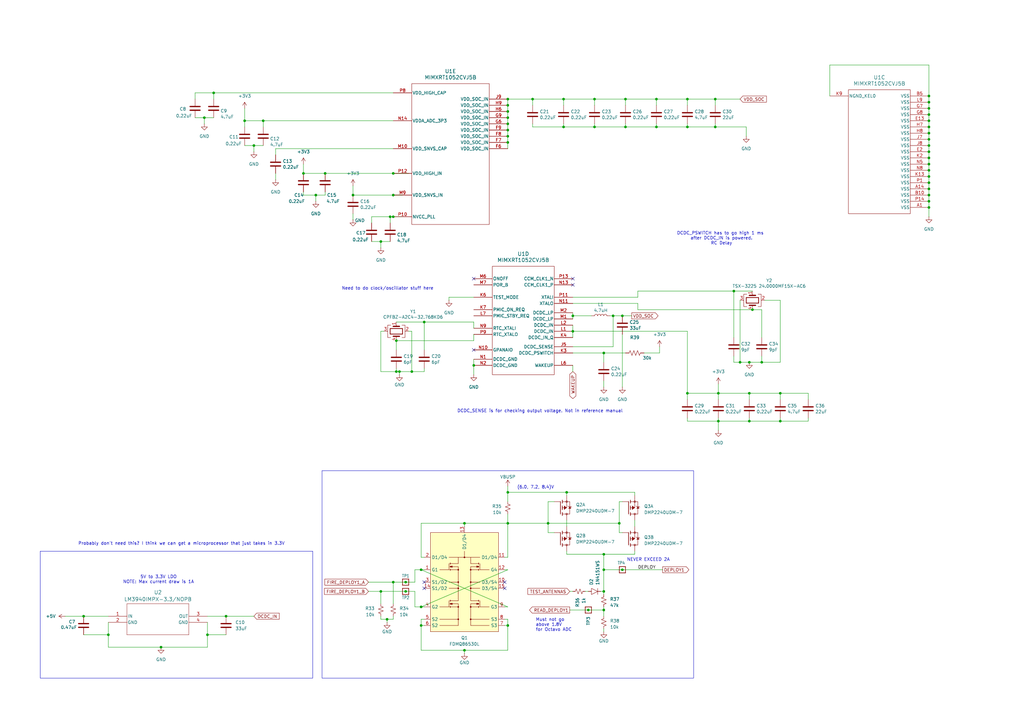
<source format=kicad_sch>
(kicad_sch (version 20250114) (generator "eeschema") (generator_version "9.0")
  (paper "A3")
  (rectangle (start 132.08 193.04) (end 284.48 278.13))
  (rectangle (start 16.51 226.06) (end 128.27 278.13))
  (text "DCDC_SENSE is for checking output voltage. Not in reference manual\n" (at 221.488 168.656 0) (effects (font (size 1.27 1.27))))
  (text "Need to do clock/oscillator stuff here" (at 159.004 118.364 0) (effects (font (size 1.27 1.27))))
  (text "Probably don't need this? I think we can get a microprocessor that just takes in 3.3V\n" (at 74.422 223.012 0) (effects (font (size 1.27 1.27))))
  (text "Must not go \nabove 1.8V \nfor Octavo ADC" (at 219.71 259.08 0) (effects (font (size 1.27 1.27)) (justify left bottom)))
  (text "DCDC_PSWITCH has to go high 1 ms \nafter DCDC_IN is powered.\nRC Delay\n" (at 295.91 97.79 0) (effects (font (size 1.27 1.27))))
  (text "5V to 3.3V LDO\nNOTE: Max current draw is 1A" (at 65.024 237.744 0) (effects (font (size 1.27 1.27))))
  (text "NEVER EXCEED 2A" (at 265.938 229.616 0) (effects (font (size 1.27 1.27))))
  (text "(6.0, 7.2, 8.4)V" (at 212.09 200.66 0) (effects (font (size 1.27 1.27)) (justify left bottom)))
  (junction (at 208.28 201.93))
  (junction (at 87.63 38.1))
  (junction (at 269.24 40.64))
  (junction (at 144.78 80.01))
  (junction (at 161.29 71.12))
  (junction (at 124.46 71.12))
  (junction (at 247.65 144.78))
  (junction (at 83.82 48.26))
  (junction (at 293.37 40.64))
  (junction (at 162.56 139.7))
  (junction (at 381 44.45))
  (junction (at 294.64 172.72))
  (junction (at 232.41 201.93))
  (junction (at 381 77.47))
  (junction (at 381 49.53))
  (junction (at 172.72 256.54))
  (junction (at 100.33 49.53))
  (junction (at 44.45 260.35))
  (junction (at 381 69.85))
  (junction (at 307.34 161.29))
  (junction (at 129.54 80.01))
  (junction (at 381 85.09))
  (junction (at 156.21 242.57))
  (junction (at 312.42 148.59))
  (junction (at 168.91 152.4))
  (junction (at 208.28 50.8))
  (junction (at 300.99 119.38))
  (junction (at 190.5 266.7))
  (junction (at 381 52.07))
  (junction (at 194.31 149.86))
  (junction (at 241.3 250.19))
  (junction (at 381 57.15))
  (junction (at 381 62.23))
  (junction (at 208.28 214.63))
  (junction (at 166.37 242.57))
  (junction (at 307.34 172.72))
  (junction (at 281.94 40.64))
  (junction (at 162.56 152.4))
  (junction (at 156.21 99.06))
  (junction (at 308.61 127))
  (junction (at 172.72 248.92))
  (junction (at 190.5 214.63))
  (junction (at 158.75 254))
  (junction (at 247.65 233.68))
  (junction (at 320.04 172.72))
  (junction (at 85.09 260.35))
  (junction (at 208.28 45.72))
  (junction (at 381 82.55))
  (junction (at 381 64.77))
  (junction (at 255.27 129.54))
  (junction (at 173.99 132.08))
  (junction (at 66.04 265.43))
  (junction (at 254 214.63))
  (junction (at 208.28 48.26))
  (junction (at 107.95 49.53))
  (junction (at 256.54 40.64))
  (junction (at 381 59.69))
  (junction (at 381 46.99))
  (junction (at 281.94 161.29))
  (junction (at 251.46 129.54))
  (junction (at 104.14 59.69))
  (junction (at 381 41.91))
  (junction (at 381 72.39))
  (junction (at 247.65 227.33))
  (junction (at 381 80.01))
  (junction (at 381 39.37))
  (junction (at 172.72 233.68))
  (junction (at 163.83 152.4))
  (junction (at 218.44 40.64))
  (junction (at 208.28 58.42))
  (junction (at 231.14 40.64))
  (junction (at 381 54.61))
  (junction (at 161.29 88.9))
  (junction (at 160.02 88.9))
  (junction (at 381 74.93))
  (junction (at 303.53 148.59))
  (junction (at 247.65 242.57))
  (junction (at 234.95 129.54))
  (junction (at 208.28 43.18))
  (junction (at 234.95 135.89))
  (junction (at 255.27 233.68))
  (junction (at 256.54 52.07))
  (junction (at 34.29 252.73))
  (junction (at 307.34 148.59))
  (junction (at 294.64 161.29))
  (junction (at 208.28 256.54))
  (junction (at 224.79 214.63))
  (junction (at 320.04 161.29))
  (junction (at 161.29 80.01))
  (junction (at 208.28 55.88))
  (junction (at 243.84 40.64))
  (junction (at 381 67.31))
  (junction (at 269.24 52.07))
  (junction (at 92.71 252.73))
  (junction (at 161.29 238.76))
  (junction (at 243.84 52.07))
  (junction (at 208.28 40.64))
  (junction (at 293.37 52.07))
  (junction (at 247.65 250.19))
  (junction (at 166.37 238.76))
  (junction (at 133.35 71.12))
  (junction (at 281.94 52.07))
  (junction (at 208.28 53.34))
  (junction (at 231.14 52.07))
  (no_connect (at 234.95 114.3))
  (no_connect (at 194.31 143.51))
  (no_connect (at 173.99 238.76))
  (no_connect (at 207.01 238.76))
  (no_connect (at 194.31 114.3))
  (no_connect (at 234.95 116.84))
  (no_connect (at 173.99 241.3))
  (no_connect (at 207.01 241.3))
  (wire (pts (xy 144.78 76.2) (xy 144.78 80.01)))
  (wire (pts (xy 231.14 52.07) (xy 243.84 52.07)))
  (wire (pts (xy 144.78 80.01) (xy 161.29 80.01)))
  (wire (pts (xy 208.28 58.42) (xy 208.28 60.96)))
  (wire (pts (xy 160.02 88.9) (xy 160.02 91.44)))
  (wire (pts (xy 320.04 161.29) (xy 320.04 163.83)))
  (wire (pts (xy 156.21 135.89) (xy 156.21 152.4)))
  (wire (pts (xy 104.14 252.73) (xy 92.71 252.73)))
  (wire (pts (xy 255.27 233.68) (xy 247.65 233.68)))
  (wire (pts (xy 256.54 52.07) (xy 256.54 50.8)))
  (wire (pts (xy 158.75 254) (xy 161.29 254)))
  (wire (pts (xy 231.14 52.07) (xy 231.14 50.8)))
  (wire (pts (xy 381 77.47) (xy 381 80.01)))
  (wire (pts (xy 281.94 40.64) (xy 293.37 40.64)))
  (wire (pts (xy 157.48 135.89) (xy 156.21 135.89)))
  (wire (pts (xy 300.99 146.05) (xy 300.99 148.59)))
  (wire (pts (xy 247.65 242.57) (xy 247.65 243.84)))
  (wire (pts (xy 300.99 119.38) (xy 308.61 119.38)))
  (wire (pts (xy 207.01 254) (xy 208.28 254)))
  (wire (pts (xy 224.79 214.63) (xy 224.79 205.74)))
  (wire (pts (xy 161.29 38.1) (xy 87.63 38.1)))
  (wire (pts (xy 293.37 40.64) (xy 293.37 43.18)))
  (wire (pts (xy 124.46 67.31) (xy 124.46 71.12)))
  (wire (pts (xy 340.36 39.37) (xy 340.36 26.67)))
  (wire (pts (xy 281.94 161.29) (xy 281.94 163.83)))
  (wire (pts (xy 261.62 121.92) (xy 261.62 119.38)))
  (wire (pts (xy 190.5 215.9) (xy 190.5 214.63)))
  (wire (pts (xy 168.91 152.4) (xy 173.99 152.4)))
  (wire (pts (xy 194.31 139.7) (xy 194.31 137.16)))
  (wire (pts (xy 190.5 214.63) (xy 208.28 214.63)))
  (wire (pts (xy 381 57.15) (xy 381 59.69)))
  (wire (pts (xy 100.33 44.45) (xy 100.33 49.53)))
  (wire (pts (xy 80.01 40.64) (xy 80.01 38.1)))
  (wire (pts (xy 247.65 227.33) (xy 232.41 227.33)))
  (wire (pts (xy 194.31 149.86) (xy 194.31 153.67)))
  (wire (pts (xy 234.95 124.46) (xy 261.62 124.46)))
  (wire (pts (xy 234.95 133.35) (xy 234.95 135.89)))
  (wire (pts (xy 173.99 152.4) (xy 173.99 151.13)))
  (wire (pts (xy 34.29 260.35) (xy 44.45 260.35)))
  (wire (pts (xy 293.37 52.07) (xy 306.07 52.07)))
  (wire (pts (xy 133.35 80.01) (xy 129.54 80.01)))
  (wire (pts (xy 320.04 148.59) (xy 312.42 148.59)))
  (wire (pts (xy 281.94 172.72) (xy 294.64 172.72)))
  (wire (pts (xy 381 54.61) (xy 381 57.15)))
  (wire (pts (xy 261.62 127) (xy 261.62 124.46)))
  (wire (pts (xy 184.15 121.92) (xy 184.15 123.19)))
  (wire (pts (xy 320.04 171.45) (xy 320.04 172.72)))
  (wire (pts (xy 208.28 55.88) (xy 208.28 58.42)))
  (wire (pts (xy 255.27 233.68) (xy 271.78 233.68)))
  (wire (pts (xy 320.04 161.29) (xy 331.47 161.29)))
  (wire (pts (xy 340.36 26.67) (xy 381 26.67)))
  (wire (pts (xy 160.02 88.9) (xy 161.29 88.9)))
  (wire (pts (xy 34.29 252.73) (xy 44.45 252.73)))
  (wire (pts (xy 232.41 201.93) (xy 232.41 203.2)))
  (wire (pts (xy 156.21 99.06) (xy 160.02 99.06)))
  (wire (pts (xy 247.65 242.57) (xy 247.65 233.68)))
  (wire (pts (xy 152.4 99.06) (xy 156.21 99.06)))
  (wire (pts (xy 269.24 40.64) (xy 281.94 40.64)))
  (wire (pts (xy 100.33 52.07) (xy 100.33 49.53)))
  (wire (pts (xy 166.37 238.76) (xy 170.18 238.76)))
  (wire (pts (xy 208.28 40.64) (xy 208.28 43.18)))
  (wire (pts (xy 224.79 218.44) (xy 227.33 218.44)))
  (wire (pts (xy 44.45 265.43) (xy 66.04 265.43)))
  (wire (pts (xy 303.53 148.59) (xy 307.34 148.59)))
  (wire (pts (xy 151.13 242.57) (xy 156.21 242.57)))
  (wire (pts (xy 173.99 132.08) (xy 194.31 132.08)))
  (wire (pts (xy 381 49.53) (xy 381 52.07)))
  (wire (pts (xy 208.28 48.26) (xy 208.28 50.8)))
  (wire (pts (xy 281.94 161.29) (xy 294.64 161.29)))
  (wire (pts (xy 163.83 152.4) (xy 168.91 152.4)))
  (wire (pts (xy 255.27 137.16) (xy 255.27 158.75)))
  (wire (pts (xy 232.41 213.36) (xy 232.41 215.9)))
  (wire (pts (xy 256.54 40.64) (xy 269.24 40.64)))
  (wire (pts (xy 232.41 201.93) (xy 260.35 201.93)))
  (wire (pts (xy 331.47 161.29) (xy 331.47 163.83)))
  (wire (pts (xy 294.64 172.72) (xy 294.64 171.45)))
  (wire (pts (xy 161.29 238.76) (xy 161.29 247.65)))
  (wire (pts (xy 247.65 233.68) (xy 247.65 227.33)))
  (wire (pts (xy 208.28 43.18) (xy 208.28 45.72)))
  (wire (pts (xy 107.95 49.53) (xy 107.95 52.07)))
  (wire (pts (xy 255.27 129.54) (xy 259.08 129.54)))
  (wire (pts (xy 281.94 40.64) (xy 281.94 43.18)))
  (wire (pts (xy 172.72 256.54) (xy 173.99 256.54)))
  (wire (pts (xy 281.94 52.07) (xy 293.37 52.07)))
  (wire (pts (xy 170.18 238.76) (xy 170.18 233.68)))
  (wire (pts (xy 83.82 48.26) (xy 83.82 50.8)))
  (wire (pts (xy 104.14 59.69) (xy 107.95 59.69)))
  (wire (pts (xy 254 205.74) (xy 255.27 205.74)))
  (wire (pts (xy 162.56 151.13) (xy 162.56 152.4)))
  (wire (pts (xy 247.65 144.78) (xy 256.54 144.78)))
  (wire (pts (xy 281.94 135.89) (xy 281.94 161.29)))
  (wire (pts (xy 172.72 214.63) (xy 190.5 214.63)))
  (wire (pts (xy 144.78 87.63) (xy 144.78 90.17)))
  (wire (pts (xy 381 26.67) (xy 381 39.37)))
  (wire (pts (xy 170.18 242.57) (xy 170.18 248.92)))
  (wire (pts (xy 312.42 127) (xy 312.42 138.43)))
  (wire (pts (xy 381 41.91) (xy 381 44.45)))
  (wire (pts (xy 170.18 248.92) (xy 172.72 248.92)))
  (wire (pts (xy 381 74.93) (xy 381 77.47)))
  (wire (pts (xy 218.44 40.64) (xy 218.44 43.18)))
  (wire (pts (xy 247.65 248.92) (xy 247.65 250.19)))
  (wire (pts (xy 156.21 242.57) (xy 166.37 242.57)))
  (wire (pts (xy 306.07 52.07) (xy 306.07 55.88)))
  (wire (pts (xy 260.35 201.93) (xy 260.35 203.2)))
  (wire (pts (xy 172.72 248.92) (xy 173.99 248.92)))
  (wire (pts (xy 172.72 233.68) (xy 208.28 248.92)))
  (wire (pts (xy 224.79 214.63) (xy 224.79 218.44)))
  (wire (pts (xy 162.56 139.7) (xy 194.31 139.7)))
  (wire (pts (xy 247.65 144.78) (xy 247.65 148.59)))
  (wire (pts (xy 113.03 60.96) (xy 113.03 63.5)))
  (wire (pts (xy 161.29 254) (xy 161.29 252.73)))
  (wire (pts (xy 173.99 132.08) (xy 173.99 143.51)))
  (wire (pts (xy 208.28 254) (xy 208.28 256.54)))
  (wire (pts (xy 381 39.37) (xy 381 41.91)))
  (wire (pts (xy 243.84 52.07) (xy 243.84 50.8)))
  (wire (pts (xy 218.44 40.64) (xy 231.14 40.64)))
  (wire (pts (xy 133.35 78.74) (xy 133.35 80.01)))
  (wire (pts (xy 167.64 135.89) (xy 168.91 135.89)))
  (wire (pts (xy 172.72 228.6) (xy 172.72 214.63)))
  (wire (pts (xy 26.67 252.73) (xy 34.29 252.73)))
  (wire (pts (xy 44.45 260.35) (xy 44.45 265.43)))
  (wire (pts (xy 208.28 201.93) (xy 208.28 205.74)))
  (wire (pts (xy 234.95 121.92) (xy 261.62 121.92)))
  (wire (pts (xy 85.09 252.73) (xy 92.71 252.73)))
  (wire (pts (xy 224.79 205.74) (xy 227.33 205.74)))
  (wire (pts (xy 381 82.55) (xy 381 85.09)))
  (wire (pts (xy 303.53 123.19) (xy 303.53 148.59)))
  (wire (pts (xy 381 52.07) (xy 381 54.61)))
  (wire (pts (xy 208.28 40.64) (xy 218.44 40.64)))
  (wire (pts (xy 208.28 228.6) (xy 207.01 228.6)))
  (wire (pts (xy 313.69 123.19) (xy 320.04 123.19)))
  (wire (pts (xy 151.13 238.76) (xy 161.29 238.76)))
  (wire (pts (xy 269.24 52.07) (xy 281.94 52.07)))
  (wire (pts (xy 300.99 119.38) (xy 300.99 138.43)))
  (wire (pts (xy 250.19 129.54) (xy 251.46 129.54)))
  (wire (pts (xy 208.28 248.92) (xy 207.01 248.92)))
  (wire (pts (xy 168.91 135.89) (xy 168.91 152.4)))
  (wire (pts (xy 312.42 148.59) (xy 312.42 146.05)))
  (wire (pts (xy 234.95 144.78) (xy 247.65 144.78)))
  (wire (pts (xy 381 80.01) (xy 381 82.55)))
  (wire (pts (xy 234.95 135.89) (xy 281.94 135.89)))
  (wire (pts (xy 307.34 161.29) (xy 307.34 163.83)))
  (wire (pts (xy 107.95 49.53) (xy 161.29 49.53)))
  (wire (pts (xy 162.56 143.51) (xy 162.56 139.7)))
  (wire (pts (xy 381 72.39) (xy 381 74.93)))
  (wire (pts (xy 124.46 80.01) (xy 129.54 80.01)))
  (wire (pts (xy 269.24 52.07) (xy 269.24 50.8)))
  (wire (pts (xy 208.28 214.63) (xy 208.28 228.6)))
  (wire (pts (xy 256.54 40.64) (xy 256.54 43.18)))
  (wire (pts (xy 170.18 233.68) (xy 172.72 233.68)))
  (wire (pts (xy 83.82 48.26) (xy 87.63 48.26)))
  (wire (pts (xy 173.99 254) (xy 172.72 254)))
  (wire (pts (xy 251.46 129.54) (xy 255.27 129.54)))
  (wire (pts (xy 129.54 80.01) (xy 129.54 82.55)))
  (wire (pts (xy 208.28 256.54) (xy 208.28 266.7)))
  (wire (pts (xy 161.29 80.01) (xy 165.1 80.01)))
  (wire (pts (xy 269.24 40.64) (xy 269.24 43.18)))
  (wire (pts (xy 80.01 48.26) (xy 83.82 48.26)))
  (wire (pts (xy 381 67.31) (xy 381 69.85)))
  (wire (pts (xy 320.04 123.19) (xy 320.04 148.59)))
  (wire (pts (xy 85.09 255.27) (xy 85.09 260.35)))
  (wire (pts (xy 240.03 242.57) (xy 241.3 242.57)))
  (wire (pts (xy 281.94 172.72) (xy 281.94 171.45)))
  (wire (pts (xy 300.99 148.59) (xy 303.53 148.59)))
  (wire (pts (xy 294.64 172.72) (xy 307.34 172.72)))
  (wire (pts (xy 152.4 88.9) (xy 160.02 88.9)))
  (wire (pts (xy 161.29 88.9) (xy 165.1 88.9)))
  (wire (pts (xy 260.35 213.36) (xy 260.35 215.9)))
  (wire (pts (xy 293.37 40.64) (xy 303.53 40.64)))
  (wire (pts (xy 208.28 45.72) (xy 208.28 48.26)))
  (wire (pts (xy 208.28 53.34) (xy 208.28 55.88)))
  (wire (pts (xy 381 59.69) (xy 381 62.23)))
  (wire (pts (xy 260.35 227.33) (xy 247.65 227.33)))
  (wire (pts (xy 254 218.44) (xy 255.27 218.44)))
  (wire (pts (xy 234.95 128.27) (xy 234.95 129.54)))
  (wire (pts (xy 113.03 71.12) (xy 113.03 73.66)))
  (wire (pts (xy 161.29 60.96) (xy 113.03 60.96)))
  (wire (pts (xy 261.62 119.38) (xy 300.99 119.38)))
  (wire (pts (xy 246.38 242.57) (xy 247.65 242.57)))
  (wire (pts (xy 381 46.99) (xy 381 49.53)))
  (wire (pts (xy 218.44 52.07) (xy 218.44 50.8)))
  (wire (pts (xy 173.99 228.6) (xy 172.72 228.6)))
  (wire (pts (xy 234.95 129.54) (xy 234.95 130.81)))
  (wire (pts (xy 256.54 52.07) (xy 269.24 52.07)))
  (wire (pts (xy 294.64 157.48) (xy 294.64 161.29)))
  (wire (pts (xy 270.51 142.24) (xy 270.51 144.78)))
  (wire (pts (xy 162.56 152.4) (xy 163.83 152.4)))
  (wire (pts (xy 293.37 50.8) (xy 293.37 52.07)))
  (wire (pts (xy 234.95 152.4) (xy 234.95 149.86)))
  (wire (pts (xy 224.79 214.63) (xy 254 214.63)))
  (wire (pts (xy 156.21 152.4) (xy 162.56 152.4)))
  (wire (pts (xy 218.44 52.07) (xy 231.14 52.07)))
  (wire (pts (xy 156.21 254) (xy 158.75 254)))
  (wire (pts (xy 85.09 260.35) (xy 92.71 260.35)))
  (wire (pts (xy 124.46 80.01) (xy 124.46 78.74)))
  (wire (pts (xy 381 44.45) (xy 381 46.99)))
  (wire (pts (xy 158.75 255.27) (xy 158.75 254)))
  (wire (pts (xy 232.41 227.33) (xy 232.41 226.06)))
  (wire (pts (xy 172.72 266.7) (xy 172.72 256.54)))
  (wire (pts (xy 234.95 142.24) (xy 251.46 142.24)))
  (wire (pts (xy 190.5 267.97) (xy 190.5 266.7)))
  (wire (pts (xy 231.14 40.64) (xy 231.14 43.18)))
  (wire (pts (xy 381 62.23) (xy 381 64.77)))
  (wire (pts (xy 172.72 233.68) (xy 173.99 233.68)))
  (wire (pts (xy 66.04 265.43) (xy 85.09 265.43)))
  (wire (pts (xy 381 85.09) (xy 381 88.9)))
  (wire (pts (xy 307.34 172.72) (xy 320.04 172.72)))
  (wire (pts (xy 104.14 59.69) (xy 104.14 62.23)))
  (wire (pts (xy 194.31 132.08) (xy 194.31 134.62)))
  (wire (pts (xy 234.95 135.89) (xy 234.95 138.43)))
  (wire (pts (xy 320.04 172.72) (xy 331.47 172.72)))
  (wire (pts (xy 156.21 242.57) (xy 156.21 247.65)))
  (wire (pts (xy 100.33 49.53) (xy 107.95 49.53)))
  (wire (pts (xy 87.63 38.1) (xy 87.63 40.64)))
  (wire (pts (xy 294.64 172.72) (xy 294.64 176.53)))
  (wire (pts (xy 233.68 250.19) (xy 241.3 250.19)))
  (wire (pts (xy 208.28 266.7) (xy 190.5 266.7)))
  (wire (pts (xy 208.28 214.63) (xy 224.79 214.63)))
  (wire (pts (xy 152.4 91.44) (xy 152.4 88.9)))
  (wire (pts (xy 294.64 161.29) (xy 294.64 163.83)))
  (wire (pts (xy 264.16 144.78) (xy 270.51 144.78)))
  (wire (pts (xy 194.31 121.92) (xy 184.15 121.92)))
  (wire (pts (xy 381 69.85) (xy 381 72.39)))
  (wire (pts (xy 85.09 265.43) (xy 85.09 260.35)))
  (wire (pts (xy 208.28 201.93) (xy 232.41 201.93)))
  (wire (pts (xy 80.01 38.1) (xy 87.63 38.1)))
  (wire (pts (xy 307.34 172.72) (xy 307.34 171.45)))
  (wire (pts (xy 247.65 259.08) (xy 247.65 257.81)))
  (wire (pts (xy 243.84 52.07) (xy 256.54 52.07)))
  (wire (pts (xy 281.94 50.8) (xy 281.94 52.07)))
  (wire (pts (xy 308.61 127) (xy 312.42 127)))
  (wire (pts (xy 260.35 226.06) (xy 260.35 227.33)))
  (wire (pts (xy 124.46 71.12) (xy 133.35 71.12)))
  (wire (pts (xy 190.5 266.7) (xy 172.72 266.7)))
  (wire (pts (xy 208.28 199.39) (xy 208.28 201.93)))
  (wire (pts (xy 167.64 71.12) (xy 161.29 71.12)))
  (wire (pts (xy 247.65 156.21) (xy 247.65 158.75)))
  (wire (pts (xy 254 214.63) (xy 254 205.74)))
  (wire (pts (xy 243.84 40.64) (xy 243.84 43.18)))
  (wire (pts (xy 307.34 161.29) (xy 320.04 161.29)))
  (wire (pts (xy 208.28 210.82) (xy 208.28 214.63)))
  (wire (pts (xy 261.62 127) (xy 308.61 127)))
  (wire (pts (xy 161.29 238.76) (xy 166.37 238.76)))
  (wire (pts (xy 194.31 147.32) (xy 194.31 149.86)))
  (wire (pts (xy 251.46 142.24) (xy 251.46 129.54)))
  (wire (pts (xy 243.84 40.64) (xy 256.54 40.64)))
  (wire (pts (xy 241.3 250.19) (xy 247.65 250.19)))
  (wire (pts (xy 162.56 132.08) (xy 173.99 132.08)))
  (wire (pts (xy 233.68 242.57) (xy 234.95 242.57)))
  (wire (pts (xy 294.64 161.29) (xy 307.34 161.29)))
  (wire (pts (xy 133.35 71.12) (xy 161.29 71.12)))
  (wire (pts (xy 381 64.77) (xy 381 67.31)))
  (wire (pts (xy 254 214.63) (xy 254 218.44)))
  (wire (pts (xy 163.83 153.67) (xy 163.83 152.4)))
  (wire (pts (xy 156.21 99.06) (xy 156.21 101.6)))
  (wire (pts (xy 166.37 242.57) (xy 170.18 242.57)))
  (wire (pts (xy 234.95 129.54) (xy 242.57 129.54)))
  (wire (pts (xy 44.45 255.27) (xy 44.45 260.35)))
  (wire (pts (xy 172.72 248.92) (xy 208.28 233.68)))
  (wire (pts (xy 208.28 50.8) (xy 208.28 53.34)))
  (wire (pts (xy 100.33 59.69) (xy 104.14 59.69)))
  (wire (pts (xy 208.28 233.68) (xy 207.01 233.68)))
  (wire (pts (xy 247.65 250.19) (xy 247.65 252.73)))
  (wire (pts (xy 307.34 148.59) (xy 312.42 148.59)))
  (wire (pts (xy 208.28 256.54) (xy 207.01 256.54)))
  (wire (pts (xy 331.47 171.45) (xy 331.47 172.72)))
  (wire (pts (xy 231.14 40.64) (xy 243.84 40.64)))
  (wire (pts (xy 172.72 254) (xy 172.72 256.54)))
  (wire (pts (xy 156.21 252.73) (xy 156.21 254)))
  (label "DEPLOY" (at 261.62 233.68 0))
  (global_label "TEST_ANTENNAS" (shape input) (at 233.68 242.57 180) (property "Intersheetrefs" "${INTERSHEET_REFS}" (effects (hide yes))))
  (global_label "DCDC_IN" (shape input) (at 104.14 252.73 0) (property "Intersheetrefs" "${INTERSHEET_REFS}" (effects (hide yes))))
  (global_label "DEPLOY1" (shape output) (at 271.78 233.68 0) (property "Intersheetrefs" "${INTERSHEET_REFS}" (effects (hide yes))))
  (global_label "VDD_SOC" (shape input) (at 303.53 40.64 0) (property "Intersheetrefs" "${INTERSHEET_REFS}" (effects (hide yes))))
  (global_label "FIRE_DEPLOY1_A" (shape input) (at 151.13 238.76 180) (property "Intersheetrefs" "${INTERSHEET_REFS}" (effects (hide yes))))
  (global_label "WAKEUP" (shape bidirectional) (at 234.95 152.4 270) (property "Intersheetrefs" "${INTERSHEET_REFS}" (effects (hide yes))))
  (global_label "VDD_SOC" (shape output) (at 259.08 129.54 0) (property "Intersheetrefs" "${INTERSHEET_REFS}" (effects (hide yes))))
  (global_label "FIRE_DEPLOY1_B" (shape input) (at 151.13 242.57 180) (property "Intersheetrefs" "${INTERSHEET_REFS}" (effects (hide yes))))
  (global_label "READ_DEPLOY1" (shape output) (at 233.68 250.19 180) (property "Intersheetrefs" "${INTERSHEET_REFS}" (effects (hide yes))))
  (symbol (lib_id "Device:C") (at 247.65 152.4 0) (unit 1)
    (property "Reference" "C24" (at 250.571 151.1878 0) (effects (justify left)))
    (property "Value" "0.22uF" (at 250.571 153.6121 0) (effects (justify left)))
    (property "Footprint" "Capacitor_SMD:C_0201_0603Metric" (effects (hide yes)))
    (property "Description" "Unpolarized capacitor" (effects (hide yes)))
  )
  (symbol (lib_id "Device:C") (at 312.42 142.24 0) (unit 1)
    (property "Reference" "C34" (at 315.341 141.0278 0) (effects (justify left)))
    (property "Value" "9pF" (at 315.341 143.4521 0) (effects (justify left)))
    (property "Footprint" "Capacitor_SMD:C_0201_0603Metric" (effects (hide yes)))
    (property "Description" "Unpolarized capacitor" (effects (hide yes)))
  )
  (symbol (lib_id "Device:C") (at 133.35 74.93 0) (unit 1)
    (property "Reference" "C15" (at 134.112 80.01 0) (effects (justify left)))
    (property "Value" "4.7uF" (at 133.858 82.55 0) (effects (justify left)))
    (property "Footprint" "Capacitor_SMD:C_0201_0603Metric" (effects (hide yes)))
    (property "Description" "Unpolarized capacitor" (effects (hide yes)))
  )
  (symbol (lib_id "power:GND") (at 381 88.9 0) (unit 1)
    (property "Reference" "#PWR044" (effects (hide yes)))
    (property "Value" "GND" (at 381 93.98 0))
    (property "Description" "Power symbol creates a global label with name \"GND\" , ground" (effects (hide yes)))
  )
  (symbol (lib_id "Device:C") (at 107.95 55.88 0) (unit 1)
    (property "Reference" "C12" (at 110.744 56.896 0) (effects (justify left)))
    (property "Value" "4.7uF" (at 110.744 59.3203 0) (effects (justify left)))
    (property "Footprint" "Capacitor_SMD:C_0201_0603Metric" (effects (hide yes)))
    (property "Description" "Unpolarized capacitor" (effects (hide yes)))
  )
  (symbol (lib_id "Device:C") (at 320.04 167.64 0) (unit 1)
    (property "Reference" "C35" (at 322.961 166.4278 0) (effects (justify left)))
    (property "Value" "4.7uF" (at 322.961 168.8521 0) (effects (justify left)))
    (property "Footprint" "Capacitor_SMD:C_0201_0603Metric" (effects (hide yes)))
    (property "Description" "Unpolarized capacitor" (effects (hide yes)))
  )
  (symbol (lib_id "oresat-transistors:FDMQ86530L") (at 190.5 238.76 0) (unit 1)
    (property "Reference" "Q1" (at 190.5 261.62 0))
    (property "Value" "FDMQ86530L" (at 190.5 264.16 0))
    (property "Footprint" "oresat_imports:FDMQ8203" (effects (hide yes)))
    (property "Datasheet" "https://www.onsemi.com/pdf/datasheet/fdmq86530l-d.pdf" (effects (hide yes)))
    (property "Description" "Mosfet Array 4 N-Channel (H-Bridge) 60V 8A 1.9W Surface Mount 12-MLP (5x4.5)" (effects (hide yes)))
    (property "DPN" "FDMQ86530LCT-ND" (effects (hide yes)))
    (property "DST" "Digi-Key" (effects (hide yes)))
    (property "MFR" "ON Semiconductor" (effects (hide yes)))
    (property "MPN" "FDMQ86530L" (effects (hide yes)))
  )
  (symbol (lib_id "power:GND") (at 156.21 101.6 0) (unit 1)
    (property "Reference" "#PWR029" (effects (hide yes)))
    (property "Value" "GND" (at 156.21 106.68 0))
    (property "Description" "Power symbol creates a global label with name \"GND\" , ground" (effects (hide yes)))
  )
  (symbol (lib_id "Device:L") (at 246.38 129.54 90) (unit 1)
    (property "Reference" "L1" (at 246.38 124.8902 90))
    (property "Value" "4.7uH" (at 246.38 127.3145 90))
    (property "Footprint" "Inductor_SMD:L_0201_0603Metric" (effects (hide yes)))
    (property "Description" "Inductor" (effects (hide yes)))
  )
  (symbol (lib_id "power:GND") (at 190.5 267.97 0) (unit 1)
    (property "Reference" "#PWR033" (effects (hide yes)))
    (property "Value" "GND" (at 190.5 271.78 0))
    (property "Description" "Power symbol creates a global label with name \"GND\" , ground" (effects (hide yes)))
  )
  (symbol (lib_id "oresat-transistors:DMP2240UDM-7") (at 257.81 220.98 0) (unit 2)
    (property "Reference" "Q3" (at 264.16 220.345 0) (effects (justify left)))
    (property "Value" "DMP2240UDM-7" (at 264.16 222.885 0) (effects (justify left)))
    (property "Footprint" "Package_TO_SOT_SMD:SOT-23-6" (effects (hide yes)))
    (property "Datasheet" "https://www.diodes.com/assets/Datasheets/ds31197.pdf" (effects (hide yes)))
    (property "Description" "Mosfet Array 2 P-Channel (Dual) 20V 2A 600mW Surface Mount SOT-26" (effects (hide yes)))
    (property "DPN" "DMP2240UDMDICT-ND" (effects (hide yes)))
    (property "DST" "Digi-Key" (effects (hide yes)))
    (property "MFR" "Diodes Inc" (effects (hide yes)))
    (property "MPN" "DMP2240UDM-7" (effects (hide yes)))
  )
  (symbol (lib_id "Device:C") (at 231.14 46.99 0) (unit 1)
    (property "Reference" "C22" (at 234.061 45.7778 0) (effects (justify left)))
    (property "Value" "0.22uF" (at 234.061 48.2021 0) (effects (justify left)))
    (property "Footprint" "Capacitor_SMD:C_0201_0603Metric" (effects (hide yes)))
    (property "Description" "Unpolarized capacitor" (effects (hide yes)))
  )
  (symbol (lib_id "Device:C") (at 255.27 133.35 0) (unit 1)
    (property "Reference" "C25" (at 258.191 132.1378 0) (effects (justify left)))
    (property "Value" "33uF" (at 258.191 134.5621 0) (effects (justify left)))
    (property "Footprint" "Capacitor_SMD:C_0201_0603Metric" (effects (hide yes)))
    (property "Description" "Unpolarized capacitor" (effects (hide yes)))
  )
  (symbol (lib_id "Device:R_Small_US") (at 247.65 246.38 0) (mirror y) (unit 1)
    (property "Reference" "R37" (at 250.19 245.745 0) (effects (justify right)))
    (property "Value" "47k" (at 250.19 248.285 0) (effects (justify right)))
    (property "Footprint" "Resistor_SMD:R_0201_0603Metric" (effects (hide yes)))
    (property "Description" "47 kOhms ±1% 0.1W, 1/10W Chip Resistor 0603 (1608 Metric) Automotive AEC-Q200 Thick Film" (effects (hide yes)))
    (property "DPN" "RMCF0603FT47K0CT-ND" (effects (hide yes)))
    (property "DST" "Digi-Key" (effects (hide yes)))
    (property "MFR" "Stackpole Electronics Inc" (effects (hide yes)))
    (property "MPN" "RMCF0603FT47K0" (effects (hide yes)))
  )
  (symbol (lib_id "power:GND") (at 163.83 153.67 0) (unit 1)
    (property "Reference" "#PWR031" (effects (hide yes)))
    (property "Value" "GND" (at 163.83 157.8031 0))
    (property "Description" "Power symbol creates a global label with name \"GND\" , ground" (effects (hide yes)))
  )
  (symbol (lib_id "Device:R_Small_US") (at 208.28 208.28 0) (unit 1)
    (property "Reference" "R35" (at 205.74 207.645 0) (effects (justify right)))
    (property "Value" "10k" (at 205.74 210.185 0) (effects (justify right)))
    (property "Footprint" "Resistor_SMD:R_0201_0603Metric" (effects (hide yes)))
    (property "Description" "10 kOhms ±1% 0.1W, 1/10W Chip Resistor 0603 (1608 Metric) Automotive AEC-Q200 Thick Film" (effects (hide yes)))
    (property "DPN" "RMCF0603FT10K0CT-ND" (effects (hide yes)))
    (property "DST" "Digi-Key" (effects (hide yes)))
    (property "MFR" "Stackpole Electronics Inc" (effects (hide yes)))
    (property "MPN" "RMCF0603FT10K0" (effects (hide yes)))
  )
  (symbol (lib_id "power:GND") (at 113.03 73.66 0) (unit 1)
    (property "Reference" "#PWR024" (effects (hide yes)))
    (property "Value" "GND" (at 113.03 78.74 0))
    (property "Description" "Power symbol creates a global label with name \"GND\" , ground" (effects (hide yes)))
  )
  (symbol (lib_id "Device:C") (at 160.02 95.25 0) (unit 1)
    (property "Reference" "C18" (at 162.814 96.266 0) (effects (justify left)))
    (property "Value" "4.7uF" (at 162.814 98.6903 0) (effects (justify left)))
    (property "Footprint" "Capacitor_SMD:C_0201_0603Metric" (effects (hide yes)))
    (property "Description" "Unpolarized capacitor" (effects (hide yes)))
  )
  (symbol (lib_id "Device:C") (at 256.54 46.99 0) (unit 1)
    (property "Reference" "C26" (at 259.461 45.7778 0) (effects (justify left)))
    (property "Value" "0.22uF" (at 259.461 48.2021 0) (effects (justify left)))
    (property "Footprint" "Capacitor_SMD:C_0201_0603Metric" (effects (hide yes)))
    (property "Description" "Unpolarized capacitor" (effects (hide yes)))
  )
  (symbol (lib_id "oresat-misc:Test-Point-1mm-round") (at 241.3 250.19 90) (unit 1) (exclude_from_sim yes) (in_bom no)
    (property "Reference" "TP3" (at 241.3 256.54 0) (effects (justify left)))
    (property "Value" "Test-Point" (effects (hide yes)))
    (property "Footprint" "oresat-misc:TestPoint_Pad_D1.0mm" (effects (hide yes)))
    (property "Description" "1mm round SMT test point" (effects (hide yes)))
  )
  (symbol (lib_id "Device:C") (at 100.33 55.88 0) (unit 1)
    (property "Reference" "C11" (at 93.98 56.134 0) (effects (justify left)))
    (property "Value" "0.22uF" (at 92.456 58.928 0) (effects (justify left)))
    (property "Footprint" "Capacitor_SMD:C_0201_0603Metric" (effects (hide yes)))
    (property "Description" "Unpolarized capacitor" (effects (hide yes)))
  )
  (symbol (lib_id "Device:C") (at 307.34 167.64 0) (unit 1)
    (property "Reference" "C33" (at 310.261 166.4278 0) (effects (justify left)))
    (property "Value" "0.22uF" (at 310.261 168.8521 0) (effects (justify left)))
    (property "Footprint" "Capacitor_SMD:C_0201_0603Metric" (effects (hide yes)))
    (property "Description" "Unpolarized capacitor" (effects (hide yes)))
  )
  (symbol (lib_id "Device:R_Small_US") (at 237.49 242.57 90) (unit 1)
    (property "Reference" "R36" (at 236.855 245.11 0) (effects (justify right)))
    (property "Value" "1k" (at 239.395 245.11 0) (effects (justify right)))
    (property "Footprint" "Resistor_SMD:R_0201_0603Metric" (effects (hide yes)))
    (property "Description" "1 kOhms ±1% 0.1W, 1/10W Chip Resistor 0603 (1608 Metric) Automotive AEC-Q200 Thick Film" (effects (hide yes)))
    (property "DPN" "RMCF0603FT1K00CT-ND" (effects (hide yes)))
    (property "DST" "Digi-Key" (effects (hide yes)))
    (property "MFR" "Stackpole Electronics Inc" (effects (hide yes)))
    (property "MPN" "RMCF0603FT1K00" (effects (hide yes)))
  )
  (symbol (lib_id "power:GND") (at 255.27 158.75 0) (unit 1)
    (property "Reference" "#PWR038" (effects (hide yes)))
    (property "Value" "GND" (at 255.27 163.83 0))
    (property "Description" "Power symbol creates a global label with name \"GND\" , ground" (effects (hide yes)))
  )
  (symbol (lib_id "oresat-misc:Test-Point-1mm-round") (at 166.37 238.76 180) (unit 1) (exclude_from_sim yes) (in_bom no)
    (property "Reference" "TP1" (at 166.37 236.22 0) (effects (font (size 1.27 1.0795))))
    (property "Value" "Test-Point" (effects (hide yes)))
    (property "Footprint" "oresat-misc:TestPoint_Pad_D1.0mm" (effects (hide yes)))
    (property "Description" "1mm round SMT test point" (effects (hide yes)))
  )
  (symbol (lib_id "power:+3V3") (at 270.51 142.24 0) (unit 1)
    (property "Reference" "#PWR087" (effects (hide yes)))
    (property "Value" "+3V3" (at 270.51 137.16 0))
  )
  (symbol (lib_id "MIMXRT1052CVJ5B:MIMXRT1052CVJ5B") (at 168.91 34.29 0) (unit 5)
    (property "Reference" "U1" (at 184.785 29.21 0) (effects (font (size 1.524 1.524))))
    (property "Value" "MIMXRT1052CVJ5B" (at 184.785 31.75 0) (effects (font (size 1.524 1.524))))
    (property "Footprint" "footprints:BGA196C80P14X14_1200X1200X152" (effects (hide yes)))
    (property "Datasheet" "MIMXRT1052CVJ5B" (effects (hide yes)))
  )
  (symbol (lib_id "Device:C") (at 293.37 46.99 0) (unit 1)
    (property "Reference" "C30" (at 296.291 45.7778 0) (effects (justify left)))
    (property "Value" "22uF" (at 296.291 48.2021 0) (effects (justify left)))
    (property "Footprint" "Capacitor_SMD:C_0201_0603Metric" (effects (hide yes)))
    (property "Description" "Unpolarized capacitor" (effects (hide yes)))
  )
  (symbol (lib_id "Device:C") (at 113.03 67.31 0) (unit 1)
    (property "Reference" "C13" (at 115.951 66.0978 0) (effects (justify left)))
    (property "Value" "0.22uF" (at 115.951 68.5221 0) (effects (justify left)))
    (property "Footprint" "Capacitor_SMD:C_0201_0603Metric" (effects (hide yes)))
    (property "Description" "Unpolarized capacitor" (effects (hide yes)))
  )
  (symbol (lib_id "power:VBUS") (at 208.28 199.39 0) (unit 1)
    (property "Reference" "#PWR035" (effects (hide yes)))
    (property "Value" "VBUSP" (at 208.28 195.58 0))
    (property "Description" "Power symbol creates a global label with name \"VBUS\"" (effects (hide yes)))
  )
  (symbol (lib_id "oresat-misc:Test-Point-1mm-round") (at 255.27 233.68 270) (unit 1) (exclude_from_sim yes) (in_bom no)
    (property "Reference" "TP4" (at 253.238 230.886 90) (effects (font (size 1.27 1.0795)) (justify left)))
    (property "Value" "Test-Point" (effects (hide yes)))
    (property "Footprint" "oresat-misc:TestPoint_Pad_D1.0mm" (effects (hide yes)))
    (property "Description" "1mm round SMT test point" (effects (hide yes)))
  )
  (symbol (lib_id "Device:C") (at 300.99 142.24 0) (unit 1)
    (property "Reference" "C32" (at 303.911 141.0278 0) (effects (justify left)))
    (property "Value" "9pF" (at 303.911 143.4521 0) (effects (justify left)))
    (property "Footprint" "Capacitor_SMD:C_0201_0603Metric" (effects (hide yes)))
    (property "Description" "Unpolarized capacitor" (effects (hide yes)))
  )
  (symbol (lib_id "Device:C") (at 92.71 256.54 0) (unit 1)
    (property "Reference" "C10" (at 96.52 255.2699 0) (effects (justify left)))
    (property "Value" "33uF" (at 96.52 257.8099 0) (effects (justify left)))
    (property "Footprint" "Capacitor_SMD:C_0201_0603Metric" (effects (hide yes)))
    (property "Description" "Unpolarized capacitor" (effects (hide yes)))
  )
  (symbol (lib_id "oresat-transistors:DMP2240UDM-7") (at 229.87 220.98 0) (unit 2)
    (property "Reference" "Q2" (at 236.22 219.7099 0) (effects (justify left)))
    (property "Value" "DMP2240UDM-7" (at 236.22 222.2499 0) (effects (justify left)))
    (property "Footprint" "Package_TO_SOT_SMD:SOT-23-6" (effects (hide yes)))
    (property "Datasheet" "https://www.diodes.com/assets/Datasheets/ds31197.pdf" (effects (hide yes)))
    (property "Description" "Mosfet Array 2 P-Channel (Dual) 20V 2A 600mW Surface Mount SOT-26" (effects (hide yes)))
    (property "DPN" "DMP2240UDMDICT-ND" (effects (hide yes)))
    (property "DST" "Digi-Key" (effects (hide yes)))
    (property "MFR" "Diodes Inc" (effects (hide yes)))
    (property "MPN" "DMP2240UDM-7" (effects (hide yes)))
  )
  (symbol (lib_id "oresat-misc:Test-Point-1mm-round") (at 166.37 242.57 180) (unit 1) (exclude_from_sim yes) (in_bom no)
    (property "Reference" "TP2" (at 166.37 245.11 0) (effects (font (size 1.27 1.0795))))
    (property "Value" "Test-Point" (effects (hide yes)))
    (property "Footprint" "oresat-misc:TestPoint_Pad_D1.0mm" (effects (hide yes)))
    (property "Description" "1mm round SMT test point" (effects (hide yes)))
  )
  (symbol (lib_id "power:GND") (at 144.78 90.17 0) (unit 1)
    (property "Reference" "#PWR028" (effects (hide yes)))
    (property "Value" "GND" (at 147.574 90.424 0))
    (property "Description" "Power symbol creates a global label with name \"GND\" , ground" (effects (hide yes)))
  )
  (symbol (lib_id "Device:R_Small_US") (at 156.21 250.19 0) (unit 1)
    (property "Reference" "R33" (at 153.67 249.555 0) (effects (justify right)))
    (property "Value" "10k" (at 153.67 252.095 0) (effects (justify right)))
    (property "Footprint" "Resistor_SMD:R_0201_0603Metric" (effects (hide yes)))
    (property "Description" "10 kOhms ±1% 0.1W, 1/10W Chip Resistor 0603 (1608 Metric) Automotive AEC-Q200 Thick Film" (effects (hide yes)))
    (property "DPN" "RMCF0603FT10K0CT-ND" (effects (hide yes)))
    (property "DST" "Digi-Key" (effects (hide yes)))
    (property "MFR" "Stackpole Electronics Inc" (effects (hide yes)))
    (property "MPN" "RMCF0603FT10K0" (effects (hide yes)))
  )
  (symbol (lib_id "oresat-transistors:DMP2240UDM-7") (at 257.81 208.28 0) (unit 1)
    (property "Reference" "Q3" (at 264.16 207.645 0) (effects (justify left)))
    (property "Value" "DMP2240UDM-7" (at 264.16 210.185 0) (effects (justify left)))
    (property "Footprint" "Package_TO_SOT_SMD:SOT-23-6" (effects (hide yes)))
    (property "Datasheet" "https://www.diodes.com/assets/Datasheets/ds31197.pdf" (effects (hide yes)))
    (property "Description" "Mosfet Array 2 P-Channel (Dual) 20V 2A 600mW Surface Mount SOT-26" (effects (hide yes)))
    (property "DPN" "DMP2240UDMDICT-ND" (effects (hide yes)))
    (property "DST" "Digi-Key" (effects (hide yes)))
    (property "MFR" "Diodes Inc" (effects (hide yes)))
    (property "MPN" "DMP2240UDM-7" (effects (hide yes)))
  )
  (symbol (lib_id "Device:C") (at 144.78 83.82 0) (unit 1)
    (property "Reference" "C16" (at 147.701 82.6078 0) (effects (justify left)))
    (property "Value" "0.22uF" (at 147.701 85.0321 0) (effects (justify left)))
    (property "Footprint" "Capacitor_SMD:C_0201_0603Metric" (effects (hide yes)))
    (property "Description" "Unpolarized capacitor" (effects (hide yes)))
  )
  (symbol (lib_id "Device:Crystal_GND23") (at 162.56 135.89 270) (unit 1)
    (property "Reference" "Y1" (at 169.418 127.762 90))
    (property "Value" "CPFBZ-A2C4-32.768KD6" (at 169.418 130.048 90))
    (property "Footprint" "footprints:Crystal_SMD_SeikoEpson_MC306-4Pin_8.0x3.2mm" (effects (hide yes)))
    (property "Description" "Four pin crystal, GND on pins 2 and 3" (effects (hide yes)))
  )
  (symbol (lib_id "Device:C") (at 80.01 44.45 0) (unit 1)
    (property "Reference" "C8" (at 73.66 44.704 0) (effects (justify left)))
    (property "Value" "0.22uF" (at 72.136 47.498 0) (effects (justify left)))
    (property "Footprint" "Capacitor_SMD:C_0201_0603Metric" (effects (hide yes)))
    (property "Description" "Unpolarized capacitor" (effects (hide yes)))
  )
  (symbol (lib_id "LM3940:LM3940IMPX-3.3_NOPB") (at 44.45 252.73 0) (unit 1)
    (property "Reference" "U2" (at 64.77 242.9561 0) (effects (font (size 1.524 1.524))))
    (property "Value" "LM3940IMPX-3.3/NOPB" (at 64.77 245.789 0) (effects (font (size 1.524 1.524))))
    (property "Footprint" "footprints:MP04A" (effects (hide yes)))
    (property "Datasheet" "LM3940IMPX-3.3/NOPB" (effects (hide yes)))
  )
  (symbol (lib_id "power:GND") (at 129.54 82.55 0) (unit 1)
    (property "Reference" "#PWR026" (effects (hide yes)))
    (property "Value" "GND" (at 129.54 87.63 0))
    (property "Description" "Power symbol creates a global label with name \"GND\" , ground" (effects (hide yes)))
  )
  (symbol (lib_id "Device:C") (at 294.64 167.64 0) (unit 1)
    (property "Reference" "C31" (at 297.561 166.4278 0) (effects (justify left)))
    (property "Value" "0.22uF" (at 297.561 168.8521 0) (effects (justify left)))
    (property "Footprint" "Capacitor_SMD:C_0201_0603Metric" (effects (hide yes)))
    (property "Description" "Unpolarized capacitor" (effects (hide yes)))
  )
  (symbol (lib_id "oresat-diodes:1N4151WS-HE3") (at 243.84 242.57 0) (unit 1)
    (property "Reference" "D2" (at 242.57 240.03 90) (effects (justify left)))
    (property "Value" "1N4151WS" (at 245.11 240.03 90) (effects (justify left)))
    (property "Footprint" "Diode_SMD:D_SOD-323" (effects (hide yes)))
    (property "Datasheet" "https://www.vishay.com/docs/85847/1n4151ws.pdf" (effects (hide yes)))
    (property "Description" "Diode Standard 50V 150mA Surface Mount SOD-323" (effects (hide yes)))
    (property "DPN" "112-1N4151WS-E3-08CT-ND" (effects (hide yes)))
    (property "DST" "Digi-Key" (effects (hide yes)))
    (property "MFR" "Vishay" (effects (hide yes)))
    (property "MPN" "1N4151WS-E3-08" (effects (hide yes)))
  )
  (symbol (lib_id "power:GND") (at 307.34 148.59 0) (unit 1)
    (property "Reference" "#PWR043" (effects (hide yes)))
    (property "Value" "GND" (at 307.34 153.67 0))
    (property "Description" "Power symbol creates a global label with name \"GND\" , ground" (effects (hide yes)))
  )
  (symbol (lib_id "Device:R_US") (at 260.35 144.78 90) (unit 1)
    (property "Reference" "R39" (at 260.35 138.43 90))
    (property "Value" "30k" (at 265.43 146.812 90))
    (property "Footprint" "Resistor_SMD:R_0201_0603Metric" (effects (hide yes)))
    (property "Description" "Resistor, US symbol" (effects (hide yes)))
  )
  (symbol (lib_id "Device:C") (at 152.4 95.25 0) (unit 1)
    (property "Reference" "C17" (at 146.05 95.504 0) (effects (justify left)))
    (property "Value" "0.22uF" (at 144.526 98.298 0) (effects (justify left)))
    (property "Footprint" "Capacitor_SMD:C_0201_0603Metric" (effects (hide yes)))
    (property "Description" "Unpolarized capacitor" (effects (hide yes)))
  )
  (symbol (lib_id "power:GND") (at 83.82 50.8 0) (unit 1)
    (property "Reference" "#PWR020" (effects (hide yes)))
    (property "Value" "GND" (at 83.82 55.88 0))
    (property "Description" "Power symbol creates a global label with name \"GND\" , ground" (effects (hide yes)))
  )
  (symbol (lib_id "Device:Crystal_GND23") (at 308.61 123.19 270) (unit 1)
    (property "Reference" "Y2" (at 315.468 115.062 90))
    (property "Value" "TSX-3225 24.0000MF15X-AC6" (at 315.468 117.348 90))
    (property "Footprint" "Crystal:Crystal_SMD_3225-4Pin_3.2x2.5mm" (effects (hide yes)))
    (property "Description" "Four pin crystal, GND on pins 2 and 3" (effects (hide yes)))
  )
  (symbol (lib_id "oresat-transistors:DMP2240UDM-7") (at 229.87 208.28 0) (unit 1)
    (property "Reference" "Q2" (at 236.22 207.0099 0) (effects (justify left)))
    (property "Value" "DMP2240UDM-7" (at 236.22 209.5499 0) (effects (justify left)))
    (property "Footprint" "Package_TO_SOT_SMD:SOT-23-6" (effects (hide yes)))
    (property "Datasheet" "https://www.diodes.com/assets/Datasheets/ds31197.pdf" (effects (hide yes)))
    (property "Description" "Mosfet Array 2 P-Channel (Dual) 20V 2A 600mW Surface Mount SOT-26" (effects (hide yes)))
    (property "DPN" "DMP2240UDMDICT-ND" (effects (hide yes)))
    (property "DST" "Digi-Key" (effects (hide yes)))
    (property "MFR" "Diodes Inc" (effects (hide yes)))
    (property "MPN" "DMP2240UDM-7" (effects (hide yes)))
  )
  (symbol (lib_id "power:+5V") (at 26.67 252.73 90) (unit 1)
    (property "Reference" "#PWR018" (effects (hide yes)))
    (property "Value" "+5V" (at 22.86 252.7299 90) (effects (justify left)))
    (property "Description" "Power symbol creates a global label with name \"+5V\"" (effects (hide yes)))
  )
  (symbol (lib_id "power:GND") (at 158.75 255.27 0) (unit 1)
    (property "Reference" "#PWR030" (effects (hide yes)))
    (property "Value" "GND" (at 158.75 259.08 0))
    (property "Description" "Power symbol creates a global label with name \"GND\" , ground" (effects (hide yes)))
  )
  (symbol (lib_id "Device:C") (at 173.99 147.32 0) (unit 1)
    (property "Reference" "C20" (at 176.911 146.1078 0) (effects (justify left)))
    (property "Value" "6pF" (at 176.911 148.5321 0) (effects (justify left)))
    (property "Footprint" "Capacitor_SMD:C_0201_0603Metric" (effects (hide yes)))
    (property "Description" "Unpolarized capacitor" (effects (hide yes)))
  )
  (symbol (lib_id "Device:C") (at 331.47 167.64 0) (unit 1)
    (property "Reference" "C36" (at 334.391 166.4278 0) (effects (justify left)))
    (property "Value" "22uF" (at 334.391 168.8521 0) (effects (justify left)))
    (property "Footprint" "Capacitor_SMD:C_0201_0603Metric" (effects (hide yes)))
    (property "Description" "Unpolarized capacitor" (effects (hide yes)))
  )
  (symbol (lib_id "power:+3V3") (at 124.46 67.31 0) (unit 1)
    (property "Reference" "#PWR084" (effects (hide yes)))
    (property "Value" "+3V3" (at 124.46 62.23 0))
  )
  (symbol (lib_id "Device:C") (at 281.94 46.99 0) (unit 1)
    (property "Reference" "C28" (at 284.861 45.7778 0) (effects (justify left)))
    (property "Value" "4.7uF" (at 284.861 48.2021 0) (effects (justify left)))
    (property "Footprint" "Capacitor_SMD:C_0201_0603Metric" (effects (hide yes)))
    (property "Description" "Unpolarized capacitor" (effects (hide yes)))
  )
  (symbol (lib_id "power:GND") (at 294.64 176.53 0) (unit 1)
    (property "Reference" "#PWR041" (effects (hide yes)))
    (property "Value" "GND" (at 294.64 181.61 0))
    (property "Description" "Power symbol creates a global label with name \"GND\" , ground" (effects (hide yes)))
  )
  (symbol (lib_id "Device:C") (at 218.44 46.99 0) (unit 1)
    (property "Reference" "C21" (at 221.361 45.7778 0) (effects (justify left)))
    (property "Value" "0.22uF" (at 221.361 48.2021 0) (effects (justify left)))
    (property "Footprint" "Capacitor_SMD:C_0201_0603Metric" (effects (hide yes)))
    (property "Description" "Unpolarized capacitor" (effects (hide yes)))
  )
  (symbol (lib_id "power:+3V3") (at 144.78 76.2 0) (unit 1)
    (property "Reference" "#PWR085" (effects (hide yes)))
    (property "Value" "+3V3" (at 144.78 71.12 0))
  )
  (symbol (lib_id "Device:R_Small_US") (at 247.65 255.27 0) (mirror y) (unit 1)
    (property "Reference" "R38" (at 250.19 254.635 0) (effects (justify right)))
    (property "Value" "10k" (at 250.19 257.175 0) (effects (justify right)))
    (property "Footprint" "Resistor_SMD:R_0201_0603Metric" (effects (hide yes)))
    (property "Description" "10 kOhms ±1% 0.1W, 1/10W Chip Resistor 0603 (1608 Metric) Automotive AEC-Q200 Thick Film" (effects (hide yes)))
    (property "DPN" "RMCF0603FT10K0CT-ND" (effects (hide yes)))
    (property "DST" "Digi-Key" (effects (hide yes)))
    (property "MFR" "Stackpole Electronics Inc" (effects (hide yes)))
    (property "MPN" "RMCF0603FT10K0" (effects (hide yes)))
  )
  (symbol (lib_id "power:GND") (at 247.65 158.75 0) (unit 1)
    (property "Reference" "#PWR036" (effects (hide yes)))
    (property "Value" "GND" (at 247.65 163.83 0))
    (property "Description" "Power symbol creates a global label with name \"GND\" , ground" (effects (hide yes)))
  )
  (symbol (lib_id "power:GND") (at 66.04 265.43 0) (unit 1)
    (property "Reference" "#PWR019" (effects (hide yes)))
    (property "Value" "GND" (at 66.04 270.51 0))
    (property "Description" "Power symbol creates a global label with name \"GND\" , ground" (effects (hide yes)))
  )
  (symbol (lib_id "Device:C") (at 281.94 167.64 0) (unit 1)
    (property "Reference" "C29" (at 284.861 166.4278 0) (effects (justify left)))
    (property "Value" "0.22uF" (at 284.861 168.8521 0) (effects (justify left)))
    (property "Footprint" "Capacitor_SMD:C_0201_0603Metric" (effects (hide yes)))
    (property "Description" "Unpolarized capacitor" (effects (hide yes)))
  )
  (symbol (lib_id "Device:C") (at 87.63 44.45 0) (unit 1)
    (property "Reference" "C9" (at 90.424 45.466 0) (effects (justify left)))
    (property "Value" "4.7uF" (at 90.424 47.8903 0) (effects (justify left)))
    (property "Footprint" "Capacitor_SMD:C_0201_0603Metric" (effects (hide yes)))
    (property "Description" "Unpolarized capacitor" (effects (hide yes)))
  )
  (symbol (lib_id "Device:R_Small_US") (at 161.29 250.19 0) (mirror y) (unit 1)
    (property "Reference" "R34" (at 163.83 249.555 0) (effects (justify right)))
    (property "Value" "10k" (at 163.83 252.095 0) (effects (justify right)))
    (property "Footprint" "Resistor_SMD:R_0201_0603Metric" (effects (hide yes)))
    (property "Description" "10 kOhms ±1% 0.1W, 1/10W Chip Resistor 0603 (1608 Metric) Automotive AEC-Q200 Thick Film" (effects (hide yes)))
    (property "DPN" "RMCF0603FT10K0CT-ND" (effects (hide yes)))
    (property "DST" "Digi-Key" (effects (hide yes)))
    (property "MFR" "Stackpole Electronics Inc" (effects (hide yes)))
    (property "MPN" "RMCF0603FT10K0" (effects (hide yes)))
  )
  (symbol (lib_id "MIMXRT1052CVJ5B:MIMXRT1052CVJ5B") (at 201.93 109.22 0) (unit 4)
    (property "Reference" "U1" (at 214.63 104.14 0) (effects (font (size 1.524 1.524))))
    (property "Value" "MIMXRT1052CVJ5B" (at 214.63 106.68 0) (effects (font (size 1.524 1.524))))
    (property "Footprint" "footprints:BGA196C80P14X14_1200X1200X152" (effects (hide yes)))
    (property "Datasheet" "MIMXRT1052CVJ5B" (effects (hide yes)))
  )
  (symbol (lib_id "power:GND") (at 104.14 62.23 0) (unit 1)
    (property "Reference" "#PWR022" (effects (hide yes)))
    (property "Value" "GND" (at 104.14 67.31 0))
    (property "Description" "Power symbol creates a global label with name \"GND\" , ground" (effects (hide yes)))
  )
  (symbol (lib_id "MIMXRT1052CVJ5B:MIMXRT1052CVJ5B") (at 347.98 36.83 0) (unit 3)
    (property "Reference" "U1" (at 360.68 31.75 0) (effects (font (size 1.524 1.524))))
    (property "Value" "MIMXRT1052CVJ5B" (at 360.68 34.29 0) (effects (font (size 1.524 1.524))))
    (property "Footprint" "footprints:BGA196C80P14X14_1200X1200X152" (effects (hide yes)))
    (property "Datasheet" "MIMXRT1052CVJ5B" (effects (hide yes)))
  )
  (symbol (lib_id "Device:C") (at 269.24 46.99 0) (unit 1)
    (property "Reference" "C27" (at 272.161 45.7778 0) (effects (justify left)))
    (property "Value" "0.22uF" (at 272.161 48.2021 0) (effects (justify left)))
    (property "Footprint" "Capacitor_SMD:C_0201_0603Metric" (effects (hide yes)))
    (property "Description" "Unpolarized capacitor" (effects (hide yes)))
  )
  (symbol (lib_id "power:GND") (at 247.65 259.08 0) (unit 1)
    (property "Reference" "#PWR037" (effects (hide yes)))
    (property "Value" "GND" (at 247.65 262.89 0))
    (property "Description" "Power symbol creates a global label with name \"GND\" , ground" (effects (hide yes)))
  )
  (symbol (lib_id "power:+3V3") (at 294.64 157.48 0) (unit 1)
    (property "Reference" "#PWR088" (effects (hide yes)))
    (property "Value" "+3V3" (at 294.64 152.4 0))
  )
  (symbol (lib_id "Device:C") (at 243.84 46.99 0) (unit 1)
    (property "Reference" "C23" (at 246.761 45.7778 0) (effects (justify left)))
    (property "Value" "0.22uF" (at 246.761 48.2021 0) (effects (justify left)))
    (property "Footprint" "Capacitor_SMD:C_0201_0603Metric" (effects (hide yes)))
    (property "Description" "Unpolarized capacitor" (effects (hide yes)))
  )
  (symbol (lib_id "power:+3V3") (at 100.33 44.45 0) (unit 1)
    (property "Reference" "#PWR083" (effects (hide yes)))
    (property "Value" "+3V3" (at 100.33 39.37 0))
  )
  (symbol (lib_id "power:GND") (at 306.07 55.88 0) (unit 1)
    (property "Reference" "#PWR042" (effects (hide yes)))
    (property "Value" "GND" (at 306.07 60.96 0))
    (property "Description" "Power symbol creates a global label with name \"GND\" , ground" (effects (hide yes)))
  )
  (symbol (lib_id "power:GND") (at 194.31 153.67 0) (unit 1)
    (property "Reference" "#PWR034" (effects (hide yes)))
    (property "Value" "GND" (at 194.31 158.75 0))
    (property "Description" "Power symbol creates a global label with name \"GND\" , ground" (effects (hide yes)))
  )
  (symbol (lib_id "Device:C") (at 34.29 256.54 0) (unit 1)
    (property "Reference" "C7" (at 28.194 255.016 0) (effects (justify left)))
    (property "Value" "0.47uF" (at 24.892 257.302 0) (effects (justify left)))
    (property "Footprint" "Capacitor_SMD:C_0201_0603Metric" (effects (hide yes)))
    (property "Description" "Unpolarized capacitor" (effects (hide yes)))
  )
  (symbol (lib_id "Device:C") (at 162.56 147.32 0) (unit 1)
    (property "Reference" "C19" (at 165.481 146.1078 0) (effects (justify left)))
    (property "Value" "6pF" (at 165.481 148.5321 0) (effects (justify left)))
    (property "Footprint" "Capacitor_SMD:C_0201_0603Metric" (effects (hide yes)))
    (property "Description" "Unpolarized capacitor" (effects (hide yes)))
  )
  (symbol (lib_id "power:GND") (at 184.15 123.19 0) (unit 1)
    (property "Reference" "#PWR032" (effects (hide yes)))
    (property "Value" "GND" (at 184.15 128.27 0))
    (property "Description" "Power symbol creates a global label with name \"GND\" , ground" (effects (hide yes)))
  )
  (symbol (lib_id "Device:C") (at 124.46 74.93 0) (unit 1)
    (property "Reference" "C14" (at 120.65 80.01 0) (effects (justify left)))
    (property "Value" "0.22uF" (at 118.364 82.55 0) (effects (justify left)))
    (property "Footprint" "Capacitor_SMD:C_0201_0603Metric" (effects (hide yes)))
    (property "Description" "Unpolarized capacitor" (effects (hide yes)))
  )
)
</source>
